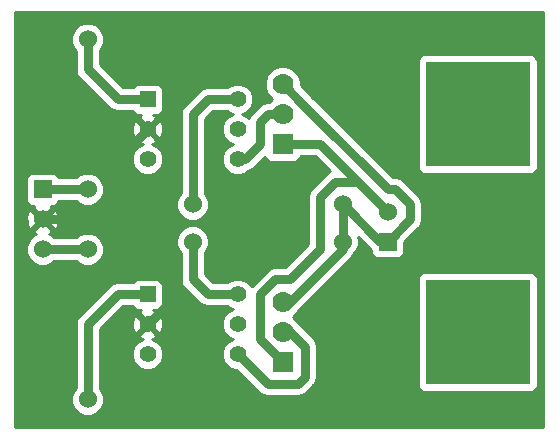
<source format=gbl>
G04 (created by PCBNEW-RS274X (2011-05-25)-stable) date Wed 21 Mar 2012 10:40:31 PM MST*
G01*
G70*
G90*
%MOIN*%
G04 Gerber Fmt 3.4, Leading zero omitted, Abs format*
%FSLAX34Y34*%
G04 APERTURE LIST*
%ADD10C,0.006000*%
%ADD11R,0.070000X0.070000*%
%ADD12C,0.070000*%
%ADD13R,0.350000X0.350000*%
%ADD14C,0.060000*%
%ADD15R,0.060000X0.060000*%
%ADD16R,0.055000X0.055000*%
%ADD17C,0.055000*%
%ADD18C,0.030000*%
%ADD19C,0.010000*%
G04 APERTURE END LIST*
G54D10*
G54D11*
X64000Y-19250D03*
G54D12*
X64000Y-17250D03*
X64000Y-18250D03*
G54D13*
X70500Y-18250D03*
G54D11*
X64000Y-26500D03*
G54D12*
X64000Y-24500D03*
X64000Y-25500D03*
G54D13*
X70500Y-25500D03*
G54D14*
X57500Y-15750D03*
X57500Y-20750D03*
X57500Y-27750D03*
X57500Y-22750D03*
X66000Y-21250D03*
X61000Y-21250D03*
X66000Y-22500D03*
X61000Y-22500D03*
G54D15*
X56000Y-20750D03*
G54D14*
X56000Y-21750D03*
X56000Y-22750D03*
G54D15*
X67500Y-22500D03*
G54D14*
X67500Y-21500D03*
G54D16*
X59500Y-24250D03*
G54D17*
X59500Y-25250D03*
X59500Y-26250D03*
X62500Y-26250D03*
X62500Y-25250D03*
X62500Y-24250D03*
G54D16*
X59500Y-17750D03*
G54D17*
X59500Y-18750D03*
X59500Y-19750D03*
X62500Y-19750D03*
X62500Y-18750D03*
X62500Y-17750D03*
G54D18*
X59500Y-25250D02*
X60250Y-24500D01*
X60250Y-24000D02*
X58000Y-21750D01*
X60250Y-24500D02*
X60250Y-24000D01*
X56000Y-21750D02*
X58000Y-21750D01*
X58750Y-19500D02*
X59500Y-18750D01*
X58750Y-21000D02*
X58750Y-19500D01*
X58000Y-21750D02*
X58750Y-21000D01*
X57500Y-22750D02*
X56000Y-22750D01*
X57500Y-27750D02*
X57500Y-25250D01*
X58500Y-24250D02*
X59500Y-24250D01*
X57500Y-25250D02*
X58500Y-24250D01*
X64000Y-26500D02*
X63250Y-25750D01*
X65750Y-20500D02*
X66500Y-20500D01*
X65250Y-21000D02*
X65750Y-20500D01*
X65250Y-22750D02*
X65250Y-21000D01*
X64250Y-23750D02*
X65250Y-22750D01*
X63750Y-23750D02*
X64250Y-23750D01*
X63250Y-24250D02*
X63750Y-23750D01*
X63250Y-25750D02*
X63250Y-24250D01*
X64000Y-19250D02*
X65250Y-19250D01*
X65250Y-19250D02*
X66500Y-20500D01*
X66500Y-20500D02*
X67500Y-21500D01*
X64000Y-17250D02*
X64750Y-18000D01*
X68250Y-21750D02*
X67500Y-22500D01*
X68250Y-21250D02*
X68250Y-21750D01*
X67750Y-20750D02*
X68250Y-21250D01*
X67500Y-20750D02*
X67750Y-20750D01*
X64750Y-18000D02*
X67500Y-20750D01*
X64000Y-24500D02*
X64250Y-24500D01*
X66000Y-22750D02*
X66000Y-22500D01*
X64250Y-24500D02*
X66000Y-22750D01*
X67500Y-22500D02*
X67250Y-22500D01*
X67250Y-22500D02*
X66000Y-21250D01*
X66000Y-22500D02*
X66000Y-21250D01*
X61000Y-21250D02*
X61000Y-18250D01*
X61500Y-17750D02*
X62500Y-17750D01*
X61000Y-18250D02*
X61500Y-17750D01*
X62500Y-19750D02*
X62750Y-19750D01*
X63500Y-18250D02*
X64000Y-18250D01*
X63250Y-18500D02*
X63500Y-18250D01*
X63250Y-19250D02*
X63250Y-18500D01*
X62750Y-19750D02*
X63250Y-19250D01*
X64000Y-18250D02*
X64000Y-18250D01*
X57500Y-15750D02*
X57500Y-16750D01*
X58500Y-17750D02*
X59500Y-17750D01*
X57500Y-16750D02*
X58500Y-17750D01*
X61000Y-22500D02*
X61000Y-23750D01*
X61500Y-24250D02*
X62500Y-24250D01*
X61000Y-23750D02*
X61500Y-24250D01*
X62500Y-26250D02*
X63500Y-27250D01*
X64250Y-25500D02*
X64000Y-25500D01*
X64750Y-26000D02*
X64250Y-25500D01*
X64750Y-27000D02*
X64750Y-26000D01*
X64500Y-27250D02*
X64750Y-27000D01*
X63500Y-27250D02*
X64500Y-27250D01*
X57500Y-20750D02*
X56000Y-20750D01*
G54D10*
G36*
X72675Y-28675D02*
X72499Y-28675D01*
X72499Y-27300D01*
X72499Y-27201D01*
X72499Y-23701D01*
X72499Y-20050D01*
X72499Y-19951D01*
X72499Y-16451D01*
X72461Y-16359D01*
X72391Y-16289D01*
X72300Y-16251D01*
X72201Y-16251D01*
X68701Y-16251D01*
X68609Y-16289D01*
X68539Y-16359D01*
X68501Y-16450D01*
X68501Y-16549D01*
X68501Y-20049D01*
X68539Y-20141D01*
X68609Y-20211D01*
X68700Y-20249D01*
X68799Y-20249D01*
X72299Y-20249D01*
X72391Y-20211D01*
X72461Y-20141D01*
X72499Y-20050D01*
X72499Y-23701D01*
X72461Y-23609D01*
X72391Y-23539D01*
X72300Y-23501D01*
X72201Y-23501D01*
X68701Y-23501D01*
X68650Y-23522D01*
X68650Y-21750D01*
X68650Y-21250D01*
X68620Y-21097D01*
X68620Y-21096D01*
X68533Y-20967D01*
X68033Y-20467D01*
X67903Y-20380D01*
X67750Y-20350D01*
X67666Y-20350D01*
X65033Y-17717D01*
X65029Y-17714D01*
X64599Y-17283D01*
X64599Y-17131D01*
X64508Y-16911D01*
X64339Y-16742D01*
X64119Y-16651D01*
X63881Y-16651D01*
X63661Y-16742D01*
X63492Y-16911D01*
X63401Y-17131D01*
X63401Y-17369D01*
X63492Y-17589D01*
X63653Y-17750D01*
X63553Y-17850D01*
X63500Y-17850D01*
X63347Y-17880D01*
X63217Y-17967D01*
X63214Y-17969D01*
X62967Y-18217D01*
X62880Y-18347D01*
X62873Y-18380D01*
X62798Y-18305D01*
X62664Y-18249D01*
X62797Y-18195D01*
X62945Y-18048D01*
X63025Y-17855D01*
X63025Y-17646D01*
X62945Y-17453D01*
X62798Y-17305D01*
X62605Y-17225D01*
X62396Y-17225D01*
X62203Y-17305D01*
X62157Y-17350D01*
X61500Y-17350D01*
X61346Y-17380D01*
X61217Y-17467D01*
X60717Y-17967D01*
X60630Y-18097D01*
X60600Y-18250D01*
X60600Y-20874D01*
X60535Y-20939D01*
X60451Y-21141D01*
X60451Y-21359D01*
X60535Y-21561D01*
X60689Y-21715D01*
X60891Y-21799D01*
X61109Y-21799D01*
X61311Y-21715D01*
X61465Y-21561D01*
X61549Y-21359D01*
X61549Y-21141D01*
X61465Y-20939D01*
X61400Y-20874D01*
X61400Y-18416D01*
X61666Y-18150D01*
X62157Y-18150D01*
X62202Y-18195D01*
X62335Y-18250D01*
X62203Y-18305D01*
X62055Y-18452D01*
X61975Y-18645D01*
X61975Y-18854D01*
X62055Y-19047D01*
X62202Y-19195D01*
X62335Y-19250D01*
X62203Y-19305D01*
X62055Y-19452D01*
X61975Y-19645D01*
X61975Y-19854D01*
X62055Y-20047D01*
X62202Y-20195D01*
X62395Y-20275D01*
X62604Y-20275D01*
X62797Y-20195D01*
X62865Y-20127D01*
X62903Y-20120D01*
X63033Y-20033D01*
X63405Y-19660D01*
X63439Y-19741D01*
X63509Y-19811D01*
X63600Y-19849D01*
X63699Y-19849D01*
X64399Y-19849D01*
X64491Y-19811D01*
X64561Y-19741D01*
X64599Y-19650D01*
X65084Y-19650D01*
X65577Y-20142D01*
X65467Y-20217D01*
X64967Y-20717D01*
X64880Y-20847D01*
X64850Y-21000D01*
X64850Y-22584D01*
X64084Y-23350D01*
X63750Y-23350D01*
X63596Y-23380D01*
X63467Y-23467D01*
X62967Y-23967D01*
X62956Y-23981D01*
X62945Y-23953D01*
X62798Y-23805D01*
X62605Y-23725D01*
X62396Y-23725D01*
X62203Y-23805D01*
X62157Y-23850D01*
X61666Y-23850D01*
X61400Y-23584D01*
X61400Y-22876D01*
X61465Y-22811D01*
X61549Y-22609D01*
X61549Y-22391D01*
X61465Y-22189D01*
X61311Y-22035D01*
X61109Y-21951D01*
X60891Y-21951D01*
X60689Y-22035D01*
X60535Y-22189D01*
X60451Y-22391D01*
X60451Y-22609D01*
X60535Y-22811D01*
X60600Y-22876D01*
X60600Y-23750D01*
X60630Y-23903D01*
X60717Y-24033D01*
X61217Y-24533D01*
X61346Y-24620D01*
X61347Y-24620D01*
X61500Y-24650D01*
X62157Y-24650D01*
X62202Y-24695D01*
X62335Y-24750D01*
X62203Y-24805D01*
X62055Y-24952D01*
X61975Y-25145D01*
X61975Y-25354D01*
X62055Y-25547D01*
X62202Y-25695D01*
X62335Y-25750D01*
X62203Y-25805D01*
X62055Y-25952D01*
X61975Y-26145D01*
X61975Y-26354D01*
X62055Y-26547D01*
X62202Y-26695D01*
X62395Y-26775D01*
X62459Y-26775D01*
X63217Y-27533D01*
X63346Y-27620D01*
X63347Y-27620D01*
X63500Y-27650D01*
X64500Y-27650D01*
X64653Y-27620D01*
X64783Y-27533D01*
X65030Y-27285D01*
X65032Y-27283D01*
X65033Y-27283D01*
X65119Y-27154D01*
X65120Y-27153D01*
X65150Y-27000D01*
X65150Y-26000D01*
X65120Y-25847D01*
X65120Y-25846D01*
X65033Y-25717D01*
X64533Y-25217D01*
X64530Y-25215D01*
X64508Y-25161D01*
X64347Y-25000D01*
X64508Y-24839D01*
X64530Y-24784D01*
X64533Y-24783D01*
X66279Y-23035D01*
X66282Y-23033D01*
X66283Y-23033D01*
X66362Y-22913D01*
X66363Y-22912D01*
X66465Y-22811D01*
X66549Y-22609D01*
X66549Y-22391D01*
X66530Y-22345D01*
X66951Y-22766D01*
X66951Y-22849D01*
X66989Y-22941D01*
X67059Y-23011D01*
X67150Y-23049D01*
X67249Y-23049D01*
X67849Y-23049D01*
X67941Y-23011D01*
X68011Y-22941D01*
X68049Y-22850D01*
X68049Y-22751D01*
X68049Y-22516D01*
X68529Y-22035D01*
X68532Y-22033D01*
X68533Y-22033D01*
X68619Y-21904D01*
X68620Y-21903D01*
X68650Y-21750D01*
X68650Y-23522D01*
X68609Y-23539D01*
X68539Y-23609D01*
X68501Y-23700D01*
X68501Y-23799D01*
X68501Y-27299D01*
X68539Y-27391D01*
X68609Y-27461D01*
X68700Y-27499D01*
X68799Y-27499D01*
X72299Y-27499D01*
X72391Y-27461D01*
X72461Y-27391D01*
X72499Y-27300D01*
X72499Y-28675D01*
X60025Y-28675D01*
X60025Y-26355D01*
X60025Y-26146D01*
X60025Y-19855D01*
X60025Y-19646D01*
X60024Y-19643D01*
X60024Y-18075D01*
X60024Y-17976D01*
X60024Y-17426D01*
X59986Y-17334D01*
X59916Y-17264D01*
X59825Y-17226D01*
X59726Y-17226D01*
X59176Y-17226D01*
X59084Y-17264D01*
X59014Y-17334D01*
X59007Y-17350D01*
X58666Y-17350D01*
X57900Y-16584D01*
X57900Y-16126D01*
X57965Y-16061D01*
X58049Y-15859D01*
X58049Y-15641D01*
X57965Y-15439D01*
X57811Y-15285D01*
X57609Y-15201D01*
X57391Y-15201D01*
X57189Y-15285D01*
X57035Y-15439D01*
X56951Y-15641D01*
X56951Y-15859D01*
X57035Y-16061D01*
X57100Y-16126D01*
X57100Y-16750D01*
X57130Y-16903D01*
X57217Y-17033D01*
X58217Y-18033D01*
X58346Y-18120D01*
X58347Y-18120D01*
X58500Y-18150D01*
X59007Y-18150D01*
X59014Y-18166D01*
X59084Y-18236D01*
X59175Y-18274D01*
X59274Y-18274D01*
X59291Y-18274D01*
X59233Y-18298D01*
X59210Y-18389D01*
X59500Y-18679D01*
X59790Y-18389D01*
X59767Y-18298D01*
X59697Y-18274D01*
X59824Y-18274D01*
X59916Y-18236D01*
X59986Y-18166D01*
X60024Y-18075D01*
X60024Y-19643D01*
X60019Y-19631D01*
X60019Y-18824D01*
X60008Y-18620D01*
X59952Y-18483D01*
X59861Y-18460D01*
X59571Y-18750D01*
X59861Y-19040D01*
X59952Y-19017D01*
X60019Y-18824D01*
X60019Y-19631D01*
X59945Y-19453D01*
X59798Y-19305D01*
X59657Y-19246D01*
X59767Y-19202D01*
X59790Y-19111D01*
X59500Y-18821D01*
X59429Y-18892D01*
X59429Y-18750D01*
X59139Y-18460D01*
X59048Y-18483D01*
X58981Y-18676D01*
X58992Y-18880D01*
X59048Y-19017D01*
X59139Y-19040D01*
X59429Y-18750D01*
X59429Y-18892D01*
X59210Y-19111D01*
X59233Y-19202D01*
X59351Y-19243D01*
X59203Y-19305D01*
X59055Y-19452D01*
X58975Y-19645D01*
X58975Y-19854D01*
X59055Y-20047D01*
X59202Y-20195D01*
X59395Y-20275D01*
X59604Y-20275D01*
X59797Y-20195D01*
X59945Y-20048D01*
X60025Y-19855D01*
X60025Y-26146D01*
X60024Y-26143D01*
X60024Y-24575D01*
X60024Y-24476D01*
X60024Y-23926D01*
X59986Y-23834D01*
X59916Y-23764D01*
X59825Y-23726D01*
X59726Y-23726D01*
X59176Y-23726D01*
X59084Y-23764D01*
X59014Y-23834D01*
X59007Y-23850D01*
X58500Y-23850D01*
X58346Y-23880D01*
X58217Y-23967D01*
X58049Y-24135D01*
X58049Y-22859D01*
X58049Y-22641D01*
X58049Y-20859D01*
X58049Y-20641D01*
X57965Y-20439D01*
X57811Y-20285D01*
X57609Y-20201D01*
X57391Y-20201D01*
X57189Y-20285D01*
X57124Y-20350D01*
X56527Y-20350D01*
X56511Y-20309D01*
X56441Y-20239D01*
X56350Y-20201D01*
X56251Y-20201D01*
X55651Y-20201D01*
X55559Y-20239D01*
X55489Y-20309D01*
X55451Y-20400D01*
X55451Y-20499D01*
X55451Y-21099D01*
X55489Y-21191D01*
X55559Y-21261D01*
X55650Y-21299D01*
X55712Y-21299D01*
X55692Y-21372D01*
X56000Y-21679D01*
X56308Y-21372D01*
X56287Y-21299D01*
X56349Y-21299D01*
X56441Y-21261D01*
X56511Y-21191D01*
X56528Y-21150D01*
X57124Y-21150D01*
X57189Y-21215D01*
X57391Y-21299D01*
X57609Y-21299D01*
X57811Y-21215D01*
X57965Y-21061D01*
X58049Y-20859D01*
X58049Y-22641D01*
X57965Y-22439D01*
X57811Y-22285D01*
X57609Y-22201D01*
X57391Y-22201D01*
X57189Y-22285D01*
X57124Y-22350D01*
X56543Y-22350D01*
X56543Y-21829D01*
X56532Y-21616D01*
X56472Y-21469D01*
X56378Y-21442D01*
X56071Y-21750D01*
X56378Y-22058D01*
X56472Y-22031D01*
X56543Y-21829D01*
X56543Y-22350D01*
X56376Y-22350D01*
X56311Y-22285D01*
X56219Y-22247D01*
X56281Y-22222D01*
X56308Y-22128D01*
X56000Y-21821D01*
X55929Y-21891D01*
X55929Y-21750D01*
X55622Y-21442D01*
X55528Y-21469D01*
X55457Y-21671D01*
X55468Y-21884D01*
X55528Y-22031D01*
X55622Y-22058D01*
X55929Y-21750D01*
X55929Y-21891D01*
X55692Y-22128D01*
X55719Y-22222D01*
X55784Y-22245D01*
X55689Y-22285D01*
X55535Y-22439D01*
X55451Y-22641D01*
X55451Y-22859D01*
X55535Y-23061D01*
X55689Y-23215D01*
X55891Y-23299D01*
X56109Y-23299D01*
X56311Y-23215D01*
X56376Y-23150D01*
X57124Y-23150D01*
X57189Y-23215D01*
X57391Y-23299D01*
X57609Y-23299D01*
X57811Y-23215D01*
X57965Y-23061D01*
X58049Y-22859D01*
X58049Y-24135D01*
X57217Y-24967D01*
X57130Y-25097D01*
X57100Y-25250D01*
X57100Y-27374D01*
X57035Y-27439D01*
X56951Y-27641D01*
X56951Y-27859D01*
X57035Y-28061D01*
X57189Y-28215D01*
X57391Y-28299D01*
X57609Y-28299D01*
X57811Y-28215D01*
X57965Y-28061D01*
X58049Y-27859D01*
X58049Y-27641D01*
X57965Y-27439D01*
X57900Y-27374D01*
X57900Y-25416D01*
X58666Y-24650D01*
X59007Y-24650D01*
X59014Y-24666D01*
X59084Y-24736D01*
X59175Y-24774D01*
X59274Y-24774D01*
X59291Y-24774D01*
X59233Y-24798D01*
X59210Y-24889D01*
X59500Y-25179D01*
X59790Y-24889D01*
X59767Y-24798D01*
X59697Y-24774D01*
X59824Y-24774D01*
X59916Y-24736D01*
X59986Y-24666D01*
X60024Y-24575D01*
X60024Y-26143D01*
X60019Y-26131D01*
X60019Y-25324D01*
X60008Y-25120D01*
X59952Y-24983D01*
X59861Y-24960D01*
X59571Y-25250D01*
X59861Y-25540D01*
X59952Y-25517D01*
X60019Y-25324D01*
X60019Y-26131D01*
X59945Y-25953D01*
X59798Y-25805D01*
X59657Y-25746D01*
X59767Y-25702D01*
X59790Y-25611D01*
X59500Y-25321D01*
X59429Y-25392D01*
X59429Y-25250D01*
X59139Y-24960D01*
X59048Y-24983D01*
X58981Y-25176D01*
X58992Y-25380D01*
X59048Y-25517D01*
X59139Y-25540D01*
X59429Y-25250D01*
X59429Y-25392D01*
X59210Y-25611D01*
X59233Y-25702D01*
X59351Y-25743D01*
X59203Y-25805D01*
X59055Y-25952D01*
X58975Y-26145D01*
X58975Y-26354D01*
X59055Y-26547D01*
X59202Y-26695D01*
X59395Y-26775D01*
X59604Y-26775D01*
X59797Y-26695D01*
X59945Y-26548D01*
X60025Y-26355D01*
X60025Y-28675D01*
X55075Y-28675D01*
X55075Y-14825D01*
X72675Y-14825D01*
X72675Y-28675D01*
X72675Y-28675D01*
G37*
G54D19*
X72675Y-28675D02*
X72499Y-28675D01*
X72499Y-27300D01*
X72499Y-27201D01*
X72499Y-23701D01*
X72499Y-20050D01*
X72499Y-19951D01*
X72499Y-16451D01*
X72461Y-16359D01*
X72391Y-16289D01*
X72300Y-16251D01*
X72201Y-16251D01*
X68701Y-16251D01*
X68609Y-16289D01*
X68539Y-16359D01*
X68501Y-16450D01*
X68501Y-16549D01*
X68501Y-20049D01*
X68539Y-20141D01*
X68609Y-20211D01*
X68700Y-20249D01*
X68799Y-20249D01*
X72299Y-20249D01*
X72391Y-20211D01*
X72461Y-20141D01*
X72499Y-20050D01*
X72499Y-23701D01*
X72461Y-23609D01*
X72391Y-23539D01*
X72300Y-23501D01*
X72201Y-23501D01*
X68701Y-23501D01*
X68650Y-23522D01*
X68650Y-21750D01*
X68650Y-21250D01*
X68620Y-21097D01*
X68620Y-21096D01*
X68533Y-20967D01*
X68033Y-20467D01*
X67903Y-20380D01*
X67750Y-20350D01*
X67666Y-20350D01*
X65033Y-17717D01*
X65029Y-17714D01*
X64599Y-17283D01*
X64599Y-17131D01*
X64508Y-16911D01*
X64339Y-16742D01*
X64119Y-16651D01*
X63881Y-16651D01*
X63661Y-16742D01*
X63492Y-16911D01*
X63401Y-17131D01*
X63401Y-17369D01*
X63492Y-17589D01*
X63653Y-17750D01*
X63553Y-17850D01*
X63500Y-17850D01*
X63347Y-17880D01*
X63217Y-17967D01*
X63214Y-17969D01*
X62967Y-18217D01*
X62880Y-18347D01*
X62873Y-18380D01*
X62798Y-18305D01*
X62664Y-18249D01*
X62797Y-18195D01*
X62945Y-18048D01*
X63025Y-17855D01*
X63025Y-17646D01*
X62945Y-17453D01*
X62798Y-17305D01*
X62605Y-17225D01*
X62396Y-17225D01*
X62203Y-17305D01*
X62157Y-17350D01*
X61500Y-17350D01*
X61346Y-17380D01*
X61217Y-17467D01*
X60717Y-17967D01*
X60630Y-18097D01*
X60600Y-18250D01*
X60600Y-20874D01*
X60535Y-20939D01*
X60451Y-21141D01*
X60451Y-21359D01*
X60535Y-21561D01*
X60689Y-21715D01*
X60891Y-21799D01*
X61109Y-21799D01*
X61311Y-21715D01*
X61465Y-21561D01*
X61549Y-21359D01*
X61549Y-21141D01*
X61465Y-20939D01*
X61400Y-20874D01*
X61400Y-18416D01*
X61666Y-18150D01*
X62157Y-18150D01*
X62202Y-18195D01*
X62335Y-18250D01*
X62203Y-18305D01*
X62055Y-18452D01*
X61975Y-18645D01*
X61975Y-18854D01*
X62055Y-19047D01*
X62202Y-19195D01*
X62335Y-19250D01*
X62203Y-19305D01*
X62055Y-19452D01*
X61975Y-19645D01*
X61975Y-19854D01*
X62055Y-20047D01*
X62202Y-20195D01*
X62395Y-20275D01*
X62604Y-20275D01*
X62797Y-20195D01*
X62865Y-20127D01*
X62903Y-20120D01*
X63033Y-20033D01*
X63405Y-19660D01*
X63439Y-19741D01*
X63509Y-19811D01*
X63600Y-19849D01*
X63699Y-19849D01*
X64399Y-19849D01*
X64491Y-19811D01*
X64561Y-19741D01*
X64599Y-19650D01*
X65084Y-19650D01*
X65577Y-20142D01*
X65467Y-20217D01*
X64967Y-20717D01*
X64880Y-20847D01*
X64850Y-21000D01*
X64850Y-22584D01*
X64084Y-23350D01*
X63750Y-23350D01*
X63596Y-23380D01*
X63467Y-23467D01*
X62967Y-23967D01*
X62956Y-23981D01*
X62945Y-23953D01*
X62798Y-23805D01*
X62605Y-23725D01*
X62396Y-23725D01*
X62203Y-23805D01*
X62157Y-23850D01*
X61666Y-23850D01*
X61400Y-23584D01*
X61400Y-22876D01*
X61465Y-22811D01*
X61549Y-22609D01*
X61549Y-22391D01*
X61465Y-22189D01*
X61311Y-22035D01*
X61109Y-21951D01*
X60891Y-21951D01*
X60689Y-22035D01*
X60535Y-22189D01*
X60451Y-22391D01*
X60451Y-22609D01*
X60535Y-22811D01*
X60600Y-22876D01*
X60600Y-23750D01*
X60630Y-23903D01*
X60717Y-24033D01*
X61217Y-24533D01*
X61346Y-24620D01*
X61347Y-24620D01*
X61500Y-24650D01*
X62157Y-24650D01*
X62202Y-24695D01*
X62335Y-24750D01*
X62203Y-24805D01*
X62055Y-24952D01*
X61975Y-25145D01*
X61975Y-25354D01*
X62055Y-25547D01*
X62202Y-25695D01*
X62335Y-25750D01*
X62203Y-25805D01*
X62055Y-25952D01*
X61975Y-26145D01*
X61975Y-26354D01*
X62055Y-26547D01*
X62202Y-26695D01*
X62395Y-26775D01*
X62459Y-26775D01*
X63217Y-27533D01*
X63346Y-27620D01*
X63347Y-27620D01*
X63500Y-27650D01*
X64500Y-27650D01*
X64653Y-27620D01*
X64783Y-27533D01*
X65030Y-27285D01*
X65032Y-27283D01*
X65033Y-27283D01*
X65119Y-27154D01*
X65120Y-27153D01*
X65150Y-27000D01*
X65150Y-26000D01*
X65120Y-25847D01*
X65120Y-25846D01*
X65033Y-25717D01*
X64533Y-25217D01*
X64530Y-25215D01*
X64508Y-25161D01*
X64347Y-25000D01*
X64508Y-24839D01*
X64530Y-24784D01*
X64533Y-24783D01*
X66279Y-23035D01*
X66282Y-23033D01*
X66283Y-23033D01*
X66362Y-22913D01*
X66363Y-22912D01*
X66465Y-22811D01*
X66549Y-22609D01*
X66549Y-22391D01*
X66530Y-22345D01*
X66951Y-22766D01*
X66951Y-22849D01*
X66989Y-22941D01*
X67059Y-23011D01*
X67150Y-23049D01*
X67249Y-23049D01*
X67849Y-23049D01*
X67941Y-23011D01*
X68011Y-22941D01*
X68049Y-22850D01*
X68049Y-22751D01*
X68049Y-22516D01*
X68529Y-22035D01*
X68532Y-22033D01*
X68533Y-22033D01*
X68619Y-21904D01*
X68620Y-21903D01*
X68650Y-21750D01*
X68650Y-23522D01*
X68609Y-23539D01*
X68539Y-23609D01*
X68501Y-23700D01*
X68501Y-23799D01*
X68501Y-27299D01*
X68539Y-27391D01*
X68609Y-27461D01*
X68700Y-27499D01*
X68799Y-27499D01*
X72299Y-27499D01*
X72391Y-27461D01*
X72461Y-27391D01*
X72499Y-27300D01*
X72499Y-28675D01*
X60025Y-28675D01*
X60025Y-26355D01*
X60025Y-26146D01*
X60025Y-19855D01*
X60025Y-19646D01*
X60024Y-19643D01*
X60024Y-18075D01*
X60024Y-17976D01*
X60024Y-17426D01*
X59986Y-17334D01*
X59916Y-17264D01*
X59825Y-17226D01*
X59726Y-17226D01*
X59176Y-17226D01*
X59084Y-17264D01*
X59014Y-17334D01*
X59007Y-17350D01*
X58666Y-17350D01*
X57900Y-16584D01*
X57900Y-16126D01*
X57965Y-16061D01*
X58049Y-15859D01*
X58049Y-15641D01*
X57965Y-15439D01*
X57811Y-15285D01*
X57609Y-15201D01*
X57391Y-15201D01*
X57189Y-15285D01*
X57035Y-15439D01*
X56951Y-15641D01*
X56951Y-15859D01*
X57035Y-16061D01*
X57100Y-16126D01*
X57100Y-16750D01*
X57130Y-16903D01*
X57217Y-17033D01*
X58217Y-18033D01*
X58346Y-18120D01*
X58347Y-18120D01*
X58500Y-18150D01*
X59007Y-18150D01*
X59014Y-18166D01*
X59084Y-18236D01*
X59175Y-18274D01*
X59274Y-18274D01*
X59291Y-18274D01*
X59233Y-18298D01*
X59210Y-18389D01*
X59500Y-18679D01*
X59790Y-18389D01*
X59767Y-18298D01*
X59697Y-18274D01*
X59824Y-18274D01*
X59916Y-18236D01*
X59986Y-18166D01*
X60024Y-18075D01*
X60024Y-19643D01*
X60019Y-19631D01*
X60019Y-18824D01*
X60008Y-18620D01*
X59952Y-18483D01*
X59861Y-18460D01*
X59571Y-18750D01*
X59861Y-19040D01*
X59952Y-19017D01*
X60019Y-18824D01*
X60019Y-19631D01*
X59945Y-19453D01*
X59798Y-19305D01*
X59657Y-19246D01*
X59767Y-19202D01*
X59790Y-19111D01*
X59500Y-18821D01*
X59429Y-18892D01*
X59429Y-18750D01*
X59139Y-18460D01*
X59048Y-18483D01*
X58981Y-18676D01*
X58992Y-18880D01*
X59048Y-19017D01*
X59139Y-19040D01*
X59429Y-18750D01*
X59429Y-18892D01*
X59210Y-19111D01*
X59233Y-19202D01*
X59351Y-19243D01*
X59203Y-19305D01*
X59055Y-19452D01*
X58975Y-19645D01*
X58975Y-19854D01*
X59055Y-20047D01*
X59202Y-20195D01*
X59395Y-20275D01*
X59604Y-20275D01*
X59797Y-20195D01*
X59945Y-20048D01*
X60025Y-19855D01*
X60025Y-26146D01*
X60024Y-26143D01*
X60024Y-24575D01*
X60024Y-24476D01*
X60024Y-23926D01*
X59986Y-23834D01*
X59916Y-23764D01*
X59825Y-23726D01*
X59726Y-23726D01*
X59176Y-23726D01*
X59084Y-23764D01*
X59014Y-23834D01*
X59007Y-23850D01*
X58500Y-23850D01*
X58346Y-23880D01*
X58217Y-23967D01*
X58049Y-24135D01*
X58049Y-22859D01*
X58049Y-22641D01*
X58049Y-20859D01*
X58049Y-20641D01*
X57965Y-20439D01*
X57811Y-20285D01*
X57609Y-20201D01*
X57391Y-20201D01*
X57189Y-20285D01*
X57124Y-20350D01*
X56527Y-20350D01*
X56511Y-20309D01*
X56441Y-20239D01*
X56350Y-20201D01*
X56251Y-20201D01*
X55651Y-20201D01*
X55559Y-20239D01*
X55489Y-20309D01*
X55451Y-20400D01*
X55451Y-20499D01*
X55451Y-21099D01*
X55489Y-21191D01*
X55559Y-21261D01*
X55650Y-21299D01*
X55712Y-21299D01*
X55692Y-21372D01*
X56000Y-21679D01*
X56308Y-21372D01*
X56287Y-21299D01*
X56349Y-21299D01*
X56441Y-21261D01*
X56511Y-21191D01*
X56528Y-21150D01*
X57124Y-21150D01*
X57189Y-21215D01*
X57391Y-21299D01*
X57609Y-21299D01*
X57811Y-21215D01*
X57965Y-21061D01*
X58049Y-20859D01*
X58049Y-22641D01*
X57965Y-22439D01*
X57811Y-22285D01*
X57609Y-22201D01*
X57391Y-22201D01*
X57189Y-22285D01*
X57124Y-22350D01*
X56543Y-22350D01*
X56543Y-21829D01*
X56532Y-21616D01*
X56472Y-21469D01*
X56378Y-21442D01*
X56071Y-21750D01*
X56378Y-22058D01*
X56472Y-22031D01*
X56543Y-21829D01*
X56543Y-22350D01*
X56376Y-22350D01*
X56311Y-22285D01*
X56219Y-22247D01*
X56281Y-22222D01*
X56308Y-22128D01*
X56000Y-21821D01*
X55929Y-21891D01*
X55929Y-21750D01*
X55622Y-21442D01*
X55528Y-21469D01*
X55457Y-21671D01*
X55468Y-21884D01*
X55528Y-22031D01*
X55622Y-22058D01*
X55929Y-21750D01*
X55929Y-21891D01*
X55692Y-22128D01*
X55719Y-22222D01*
X55784Y-22245D01*
X55689Y-22285D01*
X55535Y-22439D01*
X55451Y-22641D01*
X55451Y-22859D01*
X55535Y-23061D01*
X55689Y-23215D01*
X55891Y-23299D01*
X56109Y-23299D01*
X56311Y-23215D01*
X56376Y-23150D01*
X57124Y-23150D01*
X57189Y-23215D01*
X57391Y-23299D01*
X57609Y-23299D01*
X57811Y-23215D01*
X57965Y-23061D01*
X58049Y-22859D01*
X58049Y-24135D01*
X57217Y-24967D01*
X57130Y-25097D01*
X57100Y-25250D01*
X57100Y-27374D01*
X57035Y-27439D01*
X56951Y-27641D01*
X56951Y-27859D01*
X57035Y-28061D01*
X57189Y-28215D01*
X57391Y-28299D01*
X57609Y-28299D01*
X57811Y-28215D01*
X57965Y-28061D01*
X58049Y-27859D01*
X58049Y-27641D01*
X57965Y-27439D01*
X57900Y-27374D01*
X57900Y-25416D01*
X58666Y-24650D01*
X59007Y-24650D01*
X59014Y-24666D01*
X59084Y-24736D01*
X59175Y-24774D01*
X59274Y-24774D01*
X59291Y-24774D01*
X59233Y-24798D01*
X59210Y-24889D01*
X59500Y-25179D01*
X59790Y-24889D01*
X59767Y-24798D01*
X59697Y-24774D01*
X59824Y-24774D01*
X59916Y-24736D01*
X59986Y-24666D01*
X60024Y-24575D01*
X60024Y-26143D01*
X60019Y-26131D01*
X60019Y-25324D01*
X60008Y-25120D01*
X59952Y-24983D01*
X59861Y-24960D01*
X59571Y-25250D01*
X59861Y-25540D01*
X59952Y-25517D01*
X60019Y-25324D01*
X60019Y-26131D01*
X59945Y-25953D01*
X59798Y-25805D01*
X59657Y-25746D01*
X59767Y-25702D01*
X59790Y-25611D01*
X59500Y-25321D01*
X59429Y-25392D01*
X59429Y-25250D01*
X59139Y-24960D01*
X59048Y-24983D01*
X58981Y-25176D01*
X58992Y-25380D01*
X59048Y-25517D01*
X59139Y-25540D01*
X59429Y-25250D01*
X59429Y-25392D01*
X59210Y-25611D01*
X59233Y-25702D01*
X59351Y-25743D01*
X59203Y-25805D01*
X59055Y-25952D01*
X58975Y-26145D01*
X58975Y-26354D01*
X59055Y-26547D01*
X59202Y-26695D01*
X59395Y-26775D01*
X59604Y-26775D01*
X59797Y-26695D01*
X59945Y-26548D01*
X60025Y-26355D01*
X60025Y-28675D01*
X55075Y-28675D01*
X55075Y-14825D01*
X72675Y-14825D01*
X72675Y-28675D01*
M02*

</source>
